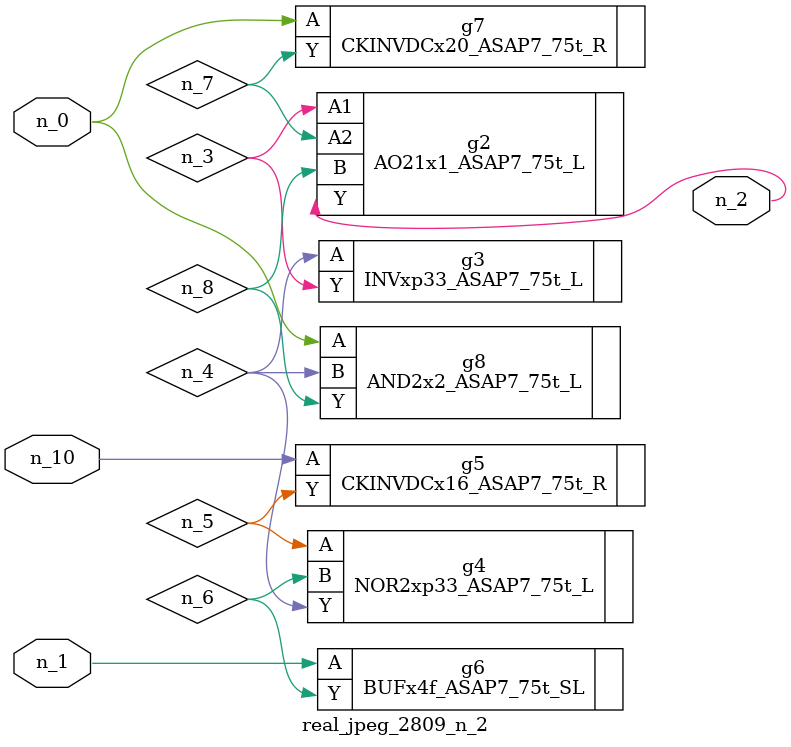
<source format=v>
module real_jpeg_2809_n_2 (n_1, n_10, n_0, n_2);

input n_1;
input n_10;
input n_0;

output n_2;

wire n_5;
wire n_4;
wire n_8;
wire n_6;
wire n_7;
wire n_3;

CKINVDCx20_ASAP7_75t_R g7 ( 
.A(n_0),
.Y(n_7)
);

AND2x2_ASAP7_75t_L g8 ( 
.A(n_0),
.B(n_4),
.Y(n_8)
);

BUFx4f_ASAP7_75t_SL g6 ( 
.A(n_1),
.Y(n_6)
);

AO21x1_ASAP7_75t_L g2 ( 
.A1(n_3),
.A2(n_7),
.B(n_8),
.Y(n_2)
);

INVxp33_ASAP7_75t_L g3 ( 
.A(n_4),
.Y(n_3)
);

NOR2xp33_ASAP7_75t_L g4 ( 
.A(n_5),
.B(n_6),
.Y(n_4)
);

CKINVDCx16_ASAP7_75t_R g5 ( 
.A(n_10),
.Y(n_5)
);


endmodule
</source>
